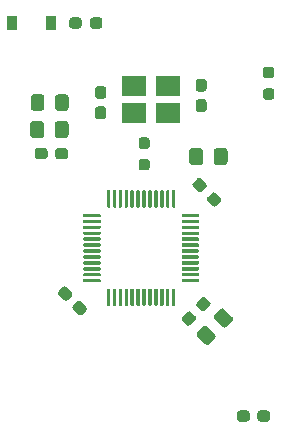
<source format=gbr>
G04 #@! TF.GenerationSoftware,KiCad,Pcbnew,(5.1.10-1-10_14)*
G04 #@! TF.CreationDate,2021-12-12T21:17:35+11:00*
G04 #@! TF.ProjectId,STM32L1_Breakout,53544d33-324c-4315-9f42-7265616b6f75,rev?*
G04 #@! TF.SameCoordinates,Original*
G04 #@! TF.FileFunction,Paste,Top*
G04 #@! TF.FilePolarity,Positive*
%FSLAX46Y46*%
G04 Gerber Fmt 4.6, Leading zero omitted, Abs format (unit mm)*
G04 Created by KiCad (PCBNEW (5.1.10-1-10_14)) date 2021-12-12 21:17:35*
%MOMM*%
%LPD*%
G01*
G04 APERTURE LIST*
%ADD10R,0.900000X1.200000*%
%ADD11R,2.100000X1.800000*%
G04 APERTURE END LIST*
G36*
G01*
X86781008Y-72602132D02*
X86445132Y-72938008D01*
G75*
G02*
X86109256Y-72938008I-167938J167938D01*
G01*
X85684992Y-72513744D01*
G75*
G02*
X85684992Y-72177868I167938J167938D01*
G01*
X86020868Y-71841992D01*
G75*
G02*
X86356744Y-71841992I167938J-167938D01*
G01*
X86781008Y-72266256D01*
G75*
G02*
X86781008Y-72602132I-167938J-167938D01*
G01*
G37*
G36*
G01*
X85561248Y-71382372D02*
X85225372Y-71718248D01*
G75*
G02*
X84889496Y-71718248I-167938J167938D01*
G01*
X84465232Y-71293984D01*
G75*
G02*
X84465232Y-70958108I167938J167938D01*
G01*
X84801108Y-70622232D01*
G75*
G02*
X85136984Y-70622232I167938J-167938D01*
G01*
X85561248Y-71046496D01*
G75*
G02*
X85561248Y-71382372I-167938J-167938D01*
G01*
G37*
G36*
G01*
X97064752Y-62983628D02*
X97400628Y-62647752D01*
G75*
G02*
X97736504Y-62647752I167938J-167938D01*
G01*
X98160768Y-63072016D01*
G75*
G02*
X98160768Y-63407892I-167938J-167938D01*
G01*
X97824892Y-63743768D01*
G75*
G02*
X97489016Y-63743768I-167938J167938D01*
G01*
X97064752Y-63319504D01*
G75*
G02*
X97064752Y-62983628I167938J167938D01*
G01*
G37*
G36*
G01*
X95844992Y-61763868D02*
X96180868Y-61427992D01*
G75*
G02*
X96516744Y-61427992I167938J-167938D01*
G01*
X96941008Y-61852256D01*
G75*
G02*
X96941008Y-62188132I-167938J-167938D01*
G01*
X96605132Y-62524008D01*
G75*
G02*
X96269256Y-62524008I-167938J167938D01*
G01*
X95844992Y-62099744D01*
G75*
G02*
X95844992Y-61763868I167938J167938D01*
G01*
G37*
G36*
G01*
X96917680Y-71513891D02*
X97253556Y-71849767D01*
G75*
G02*
X97253556Y-72185643I-167938J-167938D01*
G01*
X96829292Y-72609907D01*
G75*
G02*
X96493416Y-72609907I-167938J167938D01*
G01*
X96157540Y-72274031D01*
G75*
G02*
X96157540Y-71938155I167938J167938D01*
G01*
X96581804Y-71513891D01*
G75*
G02*
X96917680Y-71513891I167938J-167938D01*
G01*
G37*
G36*
G01*
X95697920Y-72733651D02*
X96033796Y-73069527D01*
G75*
G02*
X96033796Y-73405403I-167938J-167938D01*
G01*
X95609532Y-73829667D01*
G75*
G02*
X95273656Y-73829667I-167938J167938D01*
G01*
X94937780Y-73493791D01*
G75*
G02*
X94937780Y-73157915I167938J167938D01*
G01*
X95362044Y-72733651D01*
G75*
G02*
X95697920Y-72733651I167938J-167938D01*
G01*
G37*
G36*
G01*
X98491346Y-72478032D02*
X99163097Y-73149783D01*
G75*
G02*
X99163097Y-73503337I-176777J-176777D01*
G01*
X98685800Y-73980634D01*
G75*
G02*
X98332246Y-73980634I-176777J176777D01*
G01*
X97660495Y-73308883D01*
G75*
G02*
X97660495Y-72955329I176777J176777D01*
G01*
X98137792Y-72478032D01*
G75*
G02*
X98491346Y-72478032I176777J-176777D01*
G01*
G37*
G36*
G01*
X97024100Y-73945278D02*
X97695851Y-74617029D01*
G75*
G02*
X97695851Y-74970583I-176777J-176777D01*
G01*
X97218554Y-75447880D01*
G75*
G02*
X96865000Y-75447880I-176777J176777D01*
G01*
X96193249Y-74776129D01*
G75*
G02*
X96193249Y-74422575I176777J176777D01*
G01*
X96670546Y-73945278D01*
G75*
G02*
X97024100Y-73945278I176777J-176777D01*
G01*
G37*
G36*
G01*
X83521500Y-59071500D02*
X83521500Y-59546500D01*
G75*
G02*
X83284000Y-59784000I-237500J0D01*
G01*
X82684000Y-59784000D01*
G75*
G02*
X82446500Y-59546500I0J237500D01*
G01*
X82446500Y-59071500D01*
G75*
G02*
X82684000Y-58834000I237500J0D01*
G01*
X83284000Y-58834000D01*
G75*
G02*
X83521500Y-59071500I0J-237500D01*
G01*
G37*
G36*
G01*
X85246500Y-59071500D02*
X85246500Y-59546500D01*
G75*
G02*
X85009000Y-59784000I-237500J0D01*
G01*
X84409000Y-59784000D01*
G75*
G02*
X84171500Y-59546500I0J237500D01*
G01*
X84171500Y-59071500D01*
G75*
G02*
X84409000Y-58834000I237500J0D01*
G01*
X85009000Y-58834000D01*
G75*
G02*
X85246500Y-59071500I0J-237500D01*
G01*
G37*
G36*
G01*
X83221500Y-56802000D02*
X83221500Y-57752000D01*
G75*
G02*
X82971500Y-58002000I-250000J0D01*
G01*
X82296500Y-58002000D01*
G75*
G02*
X82046500Y-57752000I0J250000D01*
G01*
X82046500Y-56802000D01*
G75*
G02*
X82296500Y-56552000I250000J0D01*
G01*
X82971500Y-56552000D01*
G75*
G02*
X83221500Y-56802000I0J-250000D01*
G01*
G37*
G36*
G01*
X85296500Y-56802000D02*
X85296500Y-57752000D01*
G75*
G02*
X85046500Y-58002000I-250000J0D01*
G01*
X84371500Y-58002000D01*
G75*
G02*
X84121500Y-57752000I0J250000D01*
G01*
X84121500Y-56802000D01*
G75*
G02*
X84371500Y-56552000I250000J0D01*
G01*
X85046500Y-56552000D01*
G75*
G02*
X85296500Y-56802000I0J-250000D01*
G01*
G37*
G36*
G01*
X96282500Y-52982500D02*
X96757500Y-52982500D01*
G75*
G02*
X96995000Y-53220000I0J-237500D01*
G01*
X96995000Y-53820000D01*
G75*
G02*
X96757500Y-54057500I-237500J0D01*
G01*
X96282500Y-54057500D01*
G75*
G02*
X96045000Y-53820000I0J237500D01*
G01*
X96045000Y-53220000D01*
G75*
G02*
X96282500Y-52982500I237500J0D01*
G01*
G37*
G36*
G01*
X96282500Y-54707500D02*
X96757500Y-54707500D01*
G75*
G02*
X96995000Y-54945000I0J-237500D01*
G01*
X96995000Y-55545000D01*
G75*
G02*
X96757500Y-55782500I-237500J0D01*
G01*
X96282500Y-55782500D01*
G75*
G02*
X96045000Y-55545000I0J237500D01*
G01*
X96045000Y-54945000D01*
G75*
G02*
X96282500Y-54707500I237500J0D01*
G01*
G37*
G36*
G01*
X88248500Y-54666000D02*
X87773500Y-54666000D01*
G75*
G02*
X87536000Y-54428500I0J237500D01*
G01*
X87536000Y-53828500D01*
G75*
G02*
X87773500Y-53591000I237500J0D01*
G01*
X88248500Y-53591000D01*
G75*
G02*
X88486000Y-53828500I0J-237500D01*
G01*
X88486000Y-54428500D01*
G75*
G02*
X88248500Y-54666000I-237500J0D01*
G01*
G37*
G36*
G01*
X88248500Y-56391000D02*
X87773500Y-56391000D01*
G75*
G02*
X87536000Y-56153500I0J237500D01*
G01*
X87536000Y-55553500D01*
G75*
G02*
X87773500Y-55316000I237500J0D01*
G01*
X88248500Y-55316000D01*
G75*
G02*
X88486000Y-55553500I0J-237500D01*
G01*
X88486000Y-56153500D01*
G75*
G02*
X88248500Y-56391000I-237500J0D01*
G01*
G37*
G36*
G01*
X95508500Y-60038000D02*
X95508500Y-59088000D01*
G75*
G02*
X95758500Y-58838000I250000J0D01*
G01*
X96433500Y-58838000D01*
G75*
G02*
X96683500Y-59088000I0J-250000D01*
G01*
X96683500Y-60038000D01*
G75*
G02*
X96433500Y-60288000I-250000J0D01*
G01*
X95758500Y-60288000D01*
G75*
G02*
X95508500Y-60038000I0J250000D01*
G01*
G37*
G36*
G01*
X97583500Y-60038000D02*
X97583500Y-59088000D01*
G75*
G02*
X97833500Y-58838000I250000J0D01*
G01*
X98508500Y-58838000D01*
G75*
G02*
X98758500Y-59088000I0J-250000D01*
G01*
X98758500Y-60038000D01*
G75*
G02*
X98508500Y-60288000I-250000J0D01*
G01*
X97833500Y-60288000D01*
G75*
G02*
X97583500Y-60038000I0J250000D01*
G01*
G37*
G36*
G01*
X102365000Y-81296500D02*
X102365000Y-81771500D01*
G75*
G02*
X102127500Y-82009000I-237500J0D01*
G01*
X101527500Y-82009000D01*
G75*
G02*
X101290000Y-81771500I0J237500D01*
G01*
X101290000Y-81296500D01*
G75*
G02*
X101527500Y-81059000I237500J0D01*
G01*
X102127500Y-81059000D01*
G75*
G02*
X102365000Y-81296500I0J-237500D01*
G01*
G37*
G36*
G01*
X100640000Y-81296500D02*
X100640000Y-81771500D01*
G75*
G02*
X100402500Y-82009000I-237500J0D01*
G01*
X99802500Y-82009000D01*
G75*
G02*
X99565000Y-81771500I0J237500D01*
G01*
X99565000Y-81296500D01*
G75*
G02*
X99802500Y-81059000I237500J0D01*
G01*
X100402500Y-81059000D01*
G75*
G02*
X100640000Y-81296500I0J-237500D01*
G01*
G37*
D10*
X83820000Y-48260000D03*
X80520000Y-48260000D03*
G36*
G01*
X88155000Y-48022500D02*
X88155000Y-48497500D01*
G75*
G02*
X87917500Y-48735000I-237500J0D01*
G01*
X87342500Y-48735000D01*
G75*
G02*
X87105000Y-48497500I0J237500D01*
G01*
X87105000Y-48022500D01*
G75*
G02*
X87342500Y-47785000I237500J0D01*
G01*
X87917500Y-47785000D01*
G75*
G02*
X88155000Y-48022500I0J-237500D01*
G01*
G37*
G36*
G01*
X86405000Y-48022500D02*
X86405000Y-48497500D01*
G75*
G02*
X86167500Y-48735000I-237500J0D01*
G01*
X85592500Y-48735000D01*
G75*
G02*
X85355000Y-48497500I0J237500D01*
G01*
X85355000Y-48022500D01*
G75*
G02*
X85592500Y-47785000I237500J0D01*
G01*
X86167500Y-47785000D01*
G75*
G02*
X86405000Y-48022500I0J-237500D01*
G01*
G37*
G36*
G01*
X85302000Y-54540999D02*
X85302000Y-55441001D01*
G75*
G02*
X85052001Y-55691000I-249999J0D01*
G01*
X84401999Y-55691000D01*
G75*
G02*
X84152000Y-55441001I0J249999D01*
G01*
X84152000Y-54540999D01*
G75*
G02*
X84401999Y-54291000I249999J0D01*
G01*
X85052001Y-54291000D01*
G75*
G02*
X85302000Y-54540999I0J-249999D01*
G01*
G37*
G36*
G01*
X83252000Y-54540999D02*
X83252000Y-55441001D01*
G75*
G02*
X83002001Y-55691000I-249999J0D01*
G01*
X82351999Y-55691000D01*
G75*
G02*
X82102000Y-55441001I0J249999D01*
G01*
X82102000Y-54540999D01*
G75*
G02*
X82351999Y-54291000I249999J0D01*
G01*
X83002001Y-54291000D01*
G75*
G02*
X83252000Y-54540999I0J-249999D01*
G01*
G37*
G36*
G01*
X102472500Y-52938500D02*
X101997500Y-52938500D01*
G75*
G02*
X101760000Y-52701000I0J237500D01*
G01*
X101760000Y-52201000D01*
G75*
G02*
X101997500Y-51963500I237500J0D01*
G01*
X102472500Y-51963500D01*
G75*
G02*
X102710000Y-52201000I0J-237500D01*
G01*
X102710000Y-52701000D01*
G75*
G02*
X102472500Y-52938500I-237500J0D01*
G01*
G37*
G36*
G01*
X102472500Y-54763500D02*
X101997500Y-54763500D01*
G75*
G02*
X101760000Y-54526000I0J237500D01*
G01*
X101760000Y-54026000D01*
G75*
G02*
X101997500Y-53788500I237500J0D01*
G01*
X102472500Y-53788500D01*
G75*
G02*
X102710000Y-54026000I0J-237500D01*
G01*
X102710000Y-54526000D01*
G75*
G02*
X102472500Y-54763500I-237500J0D01*
G01*
G37*
G36*
G01*
X91931500Y-60732500D02*
X91456500Y-60732500D01*
G75*
G02*
X91219000Y-60495000I0J237500D01*
G01*
X91219000Y-59995000D01*
G75*
G02*
X91456500Y-59757500I237500J0D01*
G01*
X91931500Y-59757500D01*
G75*
G02*
X92169000Y-59995000I0J-237500D01*
G01*
X92169000Y-60495000D01*
G75*
G02*
X91931500Y-60732500I-237500J0D01*
G01*
G37*
G36*
G01*
X91931500Y-58907500D02*
X91456500Y-58907500D01*
G75*
G02*
X91219000Y-58670000I0J237500D01*
G01*
X91219000Y-58170000D01*
G75*
G02*
X91456500Y-57932500I237500J0D01*
G01*
X91931500Y-57932500D01*
G75*
G02*
X92169000Y-58170000I0J-237500D01*
G01*
X92169000Y-58670000D01*
G75*
G02*
X91931500Y-58907500I-237500J0D01*
G01*
G37*
G36*
G01*
X94115000Y-62410000D02*
X94265000Y-62410000D01*
G75*
G02*
X94340000Y-62485000I0J-75000D01*
G01*
X94340000Y-63810000D01*
G75*
G02*
X94265000Y-63885000I-75000J0D01*
G01*
X94115000Y-63885000D01*
G75*
G02*
X94040000Y-63810000I0J75000D01*
G01*
X94040000Y-62485000D01*
G75*
G02*
X94115000Y-62410000I75000J0D01*
G01*
G37*
G36*
G01*
X93615000Y-62410000D02*
X93765000Y-62410000D01*
G75*
G02*
X93840000Y-62485000I0J-75000D01*
G01*
X93840000Y-63810000D01*
G75*
G02*
X93765000Y-63885000I-75000J0D01*
G01*
X93615000Y-63885000D01*
G75*
G02*
X93540000Y-63810000I0J75000D01*
G01*
X93540000Y-62485000D01*
G75*
G02*
X93615000Y-62410000I75000J0D01*
G01*
G37*
G36*
G01*
X93115000Y-62410000D02*
X93265000Y-62410000D01*
G75*
G02*
X93340000Y-62485000I0J-75000D01*
G01*
X93340000Y-63810000D01*
G75*
G02*
X93265000Y-63885000I-75000J0D01*
G01*
X93115000Y-63885000D01*
G75*
G02*
X93040000Y-63810000I0J75000D01*
G01*
X93040000Y-62485000D01*
G75*
G02*
X93115000Y-62410000I75000J0D01*
G01*
G37*
G36*
G01*
X92615000Y-62410000D02*
X92765000Y-62410000D01*
G75*
G02*
X92840000Y-62485000I0J-75000D01*
G01*
X92840000Y-63810000D01*
G75*
G02*
X92765000Y-63885000I-75000J0D01*
G01*
X92615000Y-63885000D01*
G75*
G02*
X92540000Y-63810000I0J75000D01*
G01*
X92540000Y-62485000D01*
G75*
G02*
X92615000Y-62410000I75000J0D01*
G01*
G37*
G36*
G01*
X92115000Y-62410000D02*
X92265000Y-62410000D01*
G75*
G02*
X92340000Y-62485000I0J-75000D01*
G01*
X92340000Y-63810000D01*
G75*
G02*
X92265000Y-63885000I-75000J0D01*
G01*
X92115000Y-63885000D01*
G75*
G02*
X92040000Y-63810000I0J75000D01*
G01*
X92040000Y-62485000D01*
G75*
G02*
X92115000Y-62410000I75000J0D01*
G01*
G37*
G36*
G01*
X91615000Y-62410000D02*
X91765000Y-62410000D01*
G75*
G02*
X91840000Y-62485000I0J-75000D01*
G01*
X91840000Y-63810000D01*
G75*
G02*
X91765000Y-63885000I-75000J0D01*
G01*
X91615000Y-63885000D01*
G75*
G02*
X91540000Y-63810000I0J75000D01*
G01*
X91540000Y-62485000D01*
G75*
G02*
X91615000Y-62410000I75000J0D01*
G01*
G37*
G36*
G01*
X91115000Y-62410000D02*
X91265000Y-62410000D01*
G75*
G02*
X91340000Y-62485000I0J-75000D01*
G01*
X91340000Y-63810000D01*
G75*
G02*
X91265000Y-63885000I-75000J0D01*
G01*
X91115000Y-63885000D01*
G75*
G02*
X91040000Y-63810000I0J75000D01*
G01*
X91040000Y-62485000D01*
G75*
G02*
X91115000Y-62410000I75000J0D01*
G01*
G37*
G36*
G01*
X90615000Y-62410000D02*
X90765000Y-62410000D01*
G75*
G02*
X90840000Y-62485000I0J-75000D01*
G01*
X90840000Y-63810000D01*
G75*
G02*
X90765000Y-63885000I-75000J0D01*
G01*
X90615000Y-63885000D01*
G75*
G02*
X90540000Y-63810000I0J75000D01*
G01*
X90540000Y-62485000D01*
G75*
G02*
X90615000Y-62410000I75000J0D01*
G01*
G37*
G36*
G01*
X90115000Y-62410000D02*
X90265000Y-62410000D01*
G75*
G02*
X90340000Y-62485000I0J-75000D01*
G01*
X90340000Y-63810000D01*
G75*
G02*
X90265000Y-63885000I-75000J0D01*
G01*
X90115000Y-63885000D01*
G75*
G02*
X90040000Y-63810000I0J75000D01*
G01*
X90040000Y-62485000D01*
G75*
G02*
X90115000Y-62410000I75000J0D01*
G01*
G37*
G36*
G01*
X89615000Y-62410000D02*
X89765000Y-62410000D01*
G75*
G02*
X89840000Y-62485000I0J-75000D01*
G01*
X89840000Y-63810000D01*
G75*
G02*
X89765000Y-63885000I-75000J0D01*
G01*
X89615000Y-63885000D01*
G75*
G02*
X89540000Y-63810000I0J75000D01*
G01*
X89540000Y-62485000D01*
G75*
G02*
X89615000Y-62410000I75000J0D01*
G01*
G37*
G36*
G01*
X89115000Y-62410000D02*
X89265000Y-62410000D01*
G75*
G02*
X89340000Y-62485000I0J-75000D01*
G01*
X89340000Y-63810000D01*
G75*
G02*
X89265000Y-63885000I-75000J0D01*
G01*
X89115000Y-63885000D01*
G75*
G02*
X89040000Y-63810000I0J75000D01*
G01*
X89040000Y-62485000D01*
G75*
G02*
X89115000Y-62410000I75000J0D01*
G01*
G37*
G36*
G01*
X88615000Y-62410000D02*
X88765000Y-62410000D01*
G75*
G02*
X88840000Y-62485000I0J-75000D01*
G01*
X88840000Y-63810000D01*
G75*
G02*
X88765000Y-63885000I-75000J0D01*
G01*
X88615000Y-63885000D01*
G75*
G02*
X88540000Y-63810000I0J75000D01*
G01*
X88540000Y-62485000D01*
G75*
G02*
X88615000Y-62410000I75000J0D01*
G01*
G37*
G36*
G01*
X86615000Y-64410000D02*
X87940000Y-64410000D01*
G75*
G02*
X88015000Y-64485000I0J-75000D01*
G01*
X88015000Y-64635000D01*
G75*
G02*
X87940000Y-64710000I-75000J0D01*
G01*
X86615000Y-64710000D01*
G75*
G02*
X86540000Y-64635000I0J75000D01*
G01*
X86540000Y-64485000D01*
G75*
G02*
X86615000Y-64410000I75000J0D01*
G01*
G37*
G36*
G01*
X86615000Y-64910000D02*
X87940000Y-64910000D01*
G75*
G02*
X88015000Y-64985000I0J-75000D01*
G01*
X88015000Y-65135000D01*
G75*
G02*
X87940000Y-65210000I-75000J0D01*
G01*
X86615000Y-65210000D01*
G75*
G02*
X86540000Y-65135000I0J75000D01*
G01*
X86540000Y-64985000D01*
G75*
G02*
X86615000Y-64910000I75000J0D01*
G01*
G37*
G36*
G01*
X86615000Y-65410000D02*
X87940000Y-65410000D01*
G75*
G02*
X88015000Y-65485000I0J-75000D01*
G01*
X88015000Y-65635000D01*
G75*
G02*
X87940000Y-65710000I-75000J0D01*
G01*
X86615000Y-65710000D01*
G75*
G02*
X86540000Y-65635000I0J75000D01*
G01*
X86540000Y-65485000D01*
G75*
G02*
X86615000Y-65410000I75000J0D01*
G01*
G37*
G36*
G01*
X86615000Y-65910000D02*
X87940000Y-65910000D01*
G75*
G02*
X88015000Y-65985000I0J-75000D01*
G01*
X88015000Y-66135000D01*
G75*
G02*
X87940000Y-66210000I-75000J0D01*
G01*
X86615000Y-66210000D01*
G75*
G02*
X86540000Y-66135000I0J75000D01*
G01*
X86540000Y-65985000D01*
G75*
G02*
X86615000Y-65910000I75000J0D01*
G01*
G37*
G36*
G01*
X86615000Y-66410000D02*
X87940000Y-66410000D01*
G75*
G02*
X88015000Y-66485000I0J-75000D01*
G01*
X88015000Y-66635000D01*
G75*
G02*
X87940000Y-66710000I-75000J0D01*
G01*
X86615000Y-66710000D01*
G75*
G02*
X86540000Y-66635000I0J75000D01*
G01*
X86540000Y-66485000D01*
G75*
G02*
X86615000Y-66410000I75000J0D01*
G01*
G37*
G36*
G01*
X86615000Y-66910000D02*
X87940000Y-66910000D01*
G75*
G02*
X88015000Y-66985000I0J-75000D01*
G01*
X88015000Y-67135000D01*
G75*
G02*
X87940000Y-67210000I-75000J0D01*
G01*
X86615000Y-67210000D01*
G75*
G02*
X86540000Y-67135000I0J75000D01*
G01*
X86540000Y-66985000D01*
G75*
G02*
X86615000Y-66910000I75000J0D01*
G01*
G37*
G36*
G01*
X86615000Y-67410000D02*
X87940000Y-67410000D01*
G75*
G02*
X88015000Y-67485000I0J-75000D01*
G01*
X88015000Y-67635000D01*
G75*
G02*
X87940000Y-67710000I-75000J0D01*
G01*
X86615000Y-67710000D01*
G75*
G02*
X86540000Y-67635000I0J75000D01*
G01*
X86540000Y-67485000D01*
G75*
G02*
X86615000Y-67410000I75000J0D01*
G01*
G37*
G36*
G01*
X86615000Y-67910000D02*
X87940000Y-67910000D01*
G75*
G02*
X88015000Y-67985000I0J-75000D01*
G01*
X88015000Y-68135000D01*
G75*
G02*
X87940000Y-68210000I-75000J0D01*
G01*
X86615000Y-68210000D01*
G75*
G02*
X86540000Y-68135000I0J75000D01*
G01*
X86540000Y-67985000D01*
G75*
G02*
X86615000Y-67910000I75000J0D01*
G01*
G37*
G36*
G01*
X86615000Y-68410000D02*
X87940000Y-68410000D01*
G75*
G02*
X88015000Y-68485000I0J-75000D01*
G01*
X88015000Y-68635000D01*
G75*
G02*
X87940000Y-68710000I-75000J0D01*
G01*
X86615000Y-68710000D01*
G75*
G02*
X86540000Y-68635000I0J75000D01*
G01*
X86540000Y-68485000D01*
G75*
G02*
X86615000Y-68410000I75000J0D01*
G01*
G37*
G36*
G01*
X86615000Y-68910000D02*
X87940000Y-68910000D01*
G75*
G02*
X88015000Y-68985000I0J-75000D01*
G01*
X88015000Y-69135000D01*
G75*
G02*
X87940000Y-69210000I-75000J0D01*
G01*
X86615000Y-69210000D01*
G75*
G02*
X86540000Y-69135000I0J75000D01*
G01*
X86540000Y-68985000D01*
G75*
G02*
X86615000Y-68910000I75000J0D01*
G01*
G37*
G36*
G01*
X86615000Y-69410000D02*
X87940000Y-69410000D01*
G75*
G02*
X88015000Y-69485000I0J-75000D01*
G01*
X88015000Y-69635000D01*
G75*
G02*
X87940000Y-69710000I-75000J0D01*
G01*
X86615000Y-69710000D01*
G75*
G02*
X86540000Y-69635000I0J75000D01*
G01*
X86540000Y-69485000D01*
G75*
G02*
X86615000Y-69410000I75000J0D01*
G01*
G37*
G36*
G01*
X86615000Y-69910000D02*
X87940000Y-69910000D01*
G75*
G02*
X88015000Y-69985000I0J-75000D01*
G01*
X88015000Y-70135000D01*
G75*
G02*
X87940000Y-70210000I-75000J0D01*
G01*
X86615000Y-70210000D01*
G75*
G02*
X86540000Y-70135000I0J75000D01*
G01*
X86540000Y-69985000D01*
G75*
G02*
X86615000Y-69910000I75000J0D01*
G01*
G37*
G36*
G01*
X88615000Y-70735000D02*
X88765000Y-70735000D01*
G75*
G02*
X88840000Y-70810000I0J-75000D01*
G01*
X88840000Y-72135000D01*
G75*
G02*
X88765000Y-72210000I-75000J0D01*
G01*
X88615000Y-72210000D01*
G75*
G02*
X88540000Y-72135000I0J75000D01*
G01*
X88540000Y-70810000D01*
G75*
G02*
X88615000Y-70735000I75000J0D01*
G01*
G37*
G36*
G01*
X89115000Y-70735000D02*
X89265000Y-70735000D01*
G75*
G02*
X89340000Y-70810000I0J-75000D01*
G01*
X89340000Y-72135000D01*
G75*
G02*
X89265000Y-72210000I-75000J0D01*
G01*
X89115000Y-72210000D01*
G75*
G02*
X89040000Y-72135000I0J75000D01*
G01*
X89040000Y-70810000D01*
G75*
G02*
X89115000Y-70735000I75000J0D01*
G01*
G37*
G36*
G01*
X89615000Y-70735000D02*
X89765000Y-70735000D01*
G75*
G02*
X89840000Y-70810000I0J-75000D01*
G01*
X89840000Y-72135000D01*
G75*
G02*
X89765000Y-72210000I-75000J0D01*
G01*
X89615000Y-72210000D01*
G75*
G02*
X89540000Y-72135000I0J75000D01*
G01*
X89540000Y-70810000D01*
G75*
G02*
X89615000Y-70735000I75000J0D01*
G01*
G37*
G36*
G01*
X90115000Y-70735000D02*
X90265000Y-70735000D01*
G75*
G02*
X90340000Y-70810000I0J-75000D01*
G01*
X90340000Y-72135000D01*
G75*
G02*
X90265000Y-72210000I-75000J0D01*
G01*
X90115000Y-72210000D01*
G75*
G02*
X90040000Y-72135000I0J75000D01*
G01*
X90040000Y-70810000D01*
G75*
G02*
X90115000Y-70735000I75000J0D01*
G01*
G37*
G36*
G01*
X90615000Y-70735000D02*
X90765000Y-70735000D01*
G75*
G02*
X90840000Y-70810000I0J-75000D01*
G01*
X90840000Y-72135000D01*
G75*
G02*
X90765000Y-72210000I-75000J0D01*
G01*
X90615000Y-72210000D01*
G75*
G02*
X90540000Y-72135000I0J75000D01*
G01*
X90540000Y-70810000D01*
G75*
G02*
X90615000Y-70735000I75000J0D01*
G01*
G37*
G36*
G01*
X91115000Y-70735000D02*
X91265000Y-70735000D01*
G75*
G02*
X91340000Y-70810000I0J-75000D01*
G01*
X91340000Y-72135000D01*
G75*
G02*
X91265000Y-72210000I-75000J0D01*
G01*
X91115000Y-72210000D01*
G75*
G02*
X91040000Y-72135000I0J75000D01*
G01*
X91040000Y-70810000D01*
G75*
G02*
X91115000Y-70735000I75000J0D01*
G01*
G37*
G36*
G01*
X91615000Y-70735000D02*
X91765000Y-70735000D01*
G75*
G02*
X91840000Y-70810000I0J-75000D01*
G01*
X91840000Y-72135000D01*
G75*
G02*
X91765000Y-72210000I-75000J0D01*
G01*
X91615000Y-72210000D01*
G75*
G02*
X91540000Y-72135000I0J75000D01*
G01*
X91540000Y-70810000D01*
G75*
G02*
X91615000Y-70735000I75000J0D01*
G01*
G37*
G36*
G01*
X92115000Y-70735000D02*
X92265000Y-70735000D01*
G75*
G02*
X92340000Y-70810000I0J-75000D01*
G01*
X92340000Y-72135000D01*
G75*
G02*
X92265000Y-72210000I-75000J0D01*
G01*
X92115000Y-72210000D01*
G75*
G02*
X92040000Y-72135000I0J75000D01*
G01*
X92040000Y-70810000D01*
G75*
G02*
X92115000Y-70735000I75000J0D01*
G01*
G37*
G36*
G01*
X92615000Y-70735000D02*
X92765000Y-70735000D01*
G75*
G02*
X92840000Y-70810000I0J-75000D01*
G01*
X92840000Y-72135000D01*
G75*
G02*
X92765000Y-72210000I-75000J0D01*
G01*
X92615000Y-72210000D01*
G75*
G02*
X92540000Y-72135000I0J75000D01*
G01*
X92540000Y-70810000D01*
G75*
G02*
X92615000Y-70735000I75000J0D01*
G01*
G37*
G36*
G01*
X93115000Y-70735000D02*
X93265000Y-70735000D01*
G75*
G02*
X93340000Y-70810000I0J-75000D01*
G01*
X93340000Y-72135000D01*
G75*
G02*
X93265000Y-72210000I-75000J0D01*
G01*
X93115000Y-72210000D01*
G75*
G02*
X93040000Y-72135000I0J75000D01*
G01*
X93040000Y-70810000D01*
G75*
G02*
X93115000Y-70735000I75000J0D01*
G01*
G37*
G36*
G01*
X93615000Y-70735000D02*
X93765000Y-70735000D01*
G75*
G02*
X93840000Y-70810000I0J-75000D01*
G01*
X93840000Y-72135000D01*
G75*
G02*
X93765000Y-72210000I-75000J0D01*
G01*
X93615000Y-72210000D01*
G75*
G02*
X93540000Y-72135000I0J75000D01*
G01*
X93540000Y-70810000D01*
G75*
G02*
X93615000Y-70735000I75000J0D01*
G01*
G37*
G36*
G01*
X94115000Y-70735000D02*
X94265000Y-70735000D01*
G75*
G02*
X94340000Y-70810000I0J-75000D01*
G01*
X94340000Y-72135000D01*
G75*
G02*
X94265000Y-72210000I-75000J0D01*
G01*
X94115000Y-72210000D01*
G75*
G02*
X94040000Y-72135000I0J75000D01*
G01*
X94040000Y-70810000D01*
G75*
G02*
X94115000Y-70735000I75000J0D01*
G01*
G37*
G36*
G01*
X94940000Y-69910000D02*
X96265000Y-69910000D01*
G75*
G02*
X96340000Y-69985000I0J-75000D01*
G01*
X96340000Y-70135000D01*
G75*
G02*
X96265000Y-70210000I-75000J0D01*
G01*
X94940000Y-70210000D01*
G75*
G02*
X94865000Y-70135000I0J75000D01*
G01*
X94865000Y-69985000D01*
G75*
G02*
X94940000Y-69910000I75000J0D01*
G01*
G37*
G36*
G01*
X94940000Y-69410000D02*
X96265000Y-69410000D01*
G75*
G02*
X96340000Y-69485000I0J-75000D01*
G01*
X96340000Y-69635000D01*
G75*
G02*
X96265000Y-69710000I-75000J0D01*
G01*
X94940000Y-69710000D01*
G75*
G02*
X94865000Y-69635000I0J75000D01*
G01*
X94865000Y-69485000D01*
G75*
G02*
X94940000Y-69410000I75000J0D01*
G01*
G37*
G36*
G01*
X94940000Y-68910000D02*
X96265000Y-68910000D01*
G75*
G02*
X96340000Y-68985000I0J-75000D01*
G01*
X96340000Y-69135000D01*
G75*
G02*
X96265000Y-69210000I-75000J0D01*
G01*
X94940000Y-69210000D01*
G75*
G02*
X94865000Y-69135000I0J75000D01*
G01*
X94865000Y-68985000D01*
G75*
G02*
X94940000Y-68910000I75000J0D01*
G01*
G37*
G36*
G01*
X94940000Y-68410000D02*
X96265000Y-68410000D01*
G75*
G02*
X96340000Y-68485000I0J-75000D01*
G01*
X96340000Y-68635000D01*
G75*
G02*
X96265000Y-68710000I-75000J0D01*
G01*
X94940000Y-68710000D01*
G75*
G02*
X94865000Y-68635000I0J75000D01*
G01*
X94865000Y-68485000D01*
G75*
G02*
X94940000Y-68410000I75000J0D01*
G01*
G37*
G36*
G01*
X94940000Y-67910000D02*
X96265000Y-67910000D01*
G75*
G02*
X96340000Y-67985000I0J-75000D01*
G01*
X96340000Y-68135000D01*
G75*
G02*
X96265000Y-68210000I-75000J0D01*
G01*
X94940000Y-68210000D01*
G75*
G02*
X94865000Y-68135000I0J75000D01*
G01*
X94865000Y-67985000D01*
G75*
G02*
X94940000Y-67910000I75000J0D01*
G01*
G37*
G36*
G01*
X94940000Y-67410000D02*
X96265000Y-67410000D01*
G75*
G02*
X96340000Y-67485000I0J-75000D01*
G01*
X96340000Y-67635000D01*
G75*
G02*
X96265000Y-67710000I-75000J0D01*
G01*
X94940000Y-67710000D01*
G75*
G02*
X94865000Y-67635000I0J75000D01*
G01*
X94865000Y-67485000D01*
G75*
G02*
X94940000Y-67410000I75000J0D01*
G01*
G37*
G36*
G01*
X94940000Y-66910000D02*
X96265000Y-66910000D01*
G75*
G02*
X96340000Y-66985000I0J-75000D01*
G01*
X96340000Y-67135000D01*
G75*
G02*
X96265000Y-67210000I-75000J0D01*
G01*
X94940000Y-67210000D01*
G75*
G02*
X94865000Y-67135000I0J75000D01*
G01*
X94865000Y-66985000D01*
G75*
G02*
X94940000Y-66910000I75000J0D01*
G01*
G37*
G36*
G01*
X94940000Y-66410000D02*
X96265000Y-66410000D01*
G75*
G02*
X96340000Y-66485000I0J-75000D01*
G01*
X96340000Y-66635000D01*
G75*
G02*
X96265000Y-66710000I-75000J0D01*
G01*
X94940000Y-66710000D01*
G75*
G02*
X94865000Y-66635000I0J75000D01*
G01*
X94865000Y-66485000D01*
G75*
G02*
X94940000Y-66410000I75000J0D01*
G01*
G37*
G36*
G01*
X94940000Y-65910000D02*
X96265000Y-65910000D01*
G75*
G02*
X96340000Y-65985000I0J-75000D01*
G01*
X96340000Y-66135000D01*
G75*
G02*
X96265000Y-66210000I-75000J0D01*
G01*
X94940000Y-66210000D01*
G75*
G02*
X94865000Y-66135000I0J75000D01*
G01*
X94865000Y-65985000D01*
G75*
G02*
X94940000Y-65910000I75000J0D01*
G01*
G37*
G36*
G01*
X94940000Y-65410000D02*
X96265000Y-65410000D01*
G75*
G02*
X96340000Y-65485000I0J-75000D01*
G01*
X96340000Y-65635000D01*
G75*
G02*
X96265000Y-65710000I-75000J0D01*
G01*
X94940000Y-65710000D01*
G75*
G02*
X94865000Y-65635000I0J75000D01*
G01*
X94865000Y-65485000D01*
G75*
G02*
X94940000Y-65410000I75000J0D01*
G01*
G37*
G36*
G01*
X94940000Y-64910000D02*
X96265000Y-64910000D01*
G75*
G02*
X96340000Y-64985000I0J-75000D01*
G01*
X96340000Y-65135000D01*
G75*
G02*
X96265000Y-65210000I-75000J0D01*
G01*
X94940000Y-65210000D01*
G75*
G02*
X94865000Y-65135000I0J75000D01*
G01*
X94865000Y-64985000D01*
G75*
G02*
X94940000Y-64910000I75000J0D01*
G01*
G37*
G36*
G01*
X94940000Y-64410000D02*
X96265000Y-64410000D01*
G75*
G02*
X96340000Y-64485000I0J-75000D01*
G01*
X96340000Y-64635000D01*
G75*
G02*
X96265000Y-64710000I-75000J0D01*
G01*
X94940000Y-64710000D01*
G75*
G02*
X94865000Y-64635000I0J75000D01*
G01*
X94865000Y-64485000D01*
G75*
G02*
X94940000Y-64410000I75000J0D01*
G01*
G37*
D11*
X93705000Y-53580000D03*
X90805000Y-53580000D03*
X90805000Y-55880000D03*
X93705000Y-55880000D03*
M02*

</source>
